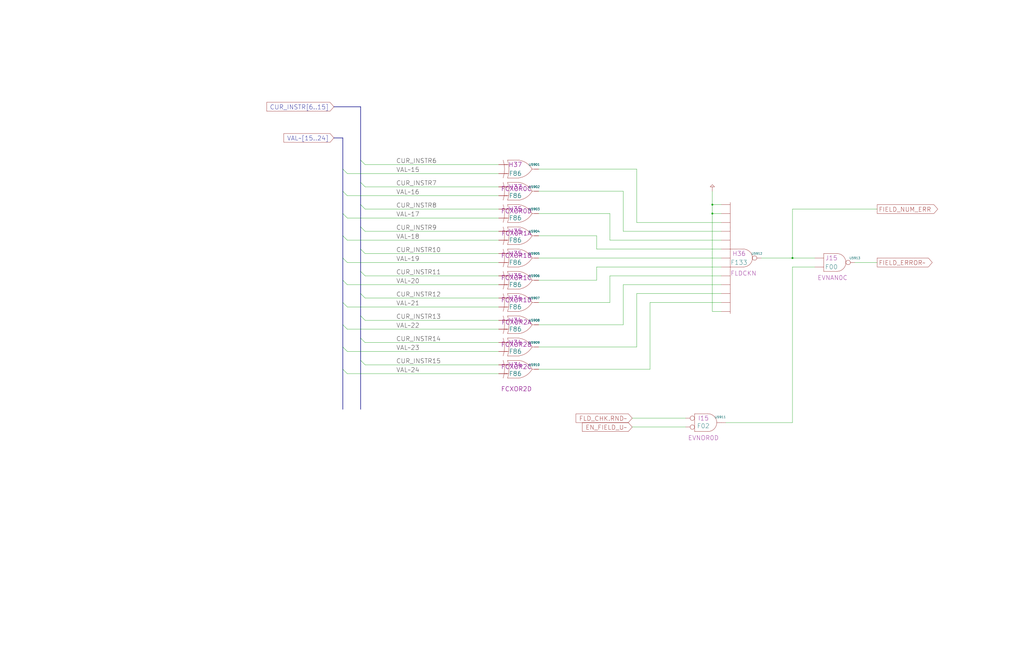
<source format=kicad_sch>
(kicad_sch (version 20250114) (generator "eeschema") (generator_version "9.0")
  (paper "User" 584.2 378.46)
  (title_block (title "FIELD CHECK MICRO EVENT") (date "22-MAY-90") (rev "1.0") (comment 1 "SEQUENCER") (comment 2 "232-003064") (comment 3 "S400") (comment 4 "RELEASED"))
  (lib_symbols
    (symbol "r1000:F00" (pin_numbers (hide yes)) (pin_names (hide yes))
      (property "Reference" "U" (at 15.24 0 0))
      (property "Value" "F00" (at 1.905 -5.08 0))
      (property "Location" "___" (at 1.905 0 0))
      (property "Name" "______" (at 2.54 -12.7 0))
      (symbol "F00_0_1"
        (polyline (pts (xy -2.54 2.54) (xy -2.54 -7.62)) (stroke (width 0.1524)))
        (polyline (pts (xy -2.54 2.54) (xy 5.08 2.54)) (stroke (width 0.1524)))
        (polyline (pts (xy -2.54 -7.62) (xy 5.08 -7.62)) (stroke (width 0.1524)))
        (arc (start 5.08 2.54) (mid 10.1281 -2.54) (end 5.08 -7.62) (stroke (width 0.1524)))
        (circle (center 11.43 -2.54) (radius 1.27) (stroke (width 0.1524)))
      )
      (symbol "F00_0_2"
        (arc (start -3.175 2.54) (mid -2.134 -2.54) (end -3.175 -7.62) (stroke (width 0.1524)))
        (circle (center -3.81 0) (radius 1.27) (stroke (width 0.1524)))
        (circle (center -3.81 -5.08) (radius 1.27) (stroke (width 0.1524)))
        (polyline (pts (xy -3.175 2.54) (xy 3.81 2.54)) (stroke (width 0.1524)))
        (polyline (pts (xy -3.175 -7.62) (xy 3.81 -7.62)) (stroke (width 0.1524)))
        (arc (start 3.81 2.54) (mid 7.5828 0.7472) (end 10.16 -2.54) (stroke (width 0.1524)))
        (arc (start 10.16 -2.54) (mid 7.5855 -5.8306) (end 3.81 -7.62) (stroke (width 0.1524)))
      )
      (symbol "F00_1_1"
        (pin input line (at -7.62 0 0) (length 5.08) (name "D0") (number "1"))
        (pin input line (at -7.62 -5.08 0) (length 5.08) (name "D1") (number "2"))
        (pin output line (at 15.24 -2.54 180) (length 2.54) (name "Q") (number "3"))
      )
      (symbol "F00_1_2"
        (pin input line (at -7.62 0 0) (length 2.54) (name "D0") (number "1"))
        (pin input line (at -7.62 -5.08 0) (length 2.54) (name "D1") (number "2"))
        (pin output line (at 15.24 -2.54 180) (length 5.08) (name "Q") (number "3"))
      )
    )
    (symbol "r1000:F02" (pin_numbers (hide yes)) (pin_names (hide yes))
      (property "Reference" "U" (at 12.16 0.635 0))
      (property "Value" "F02" (at -1.27 -4.445 0))
      (property "Location" "___" (at 2.54 0 0))
      (property "Name" "______" (at 2.54 -12.7 0))
      (symbol "F02_0_1"
        (arc (start -3.81 2.54) (mid -2.9847 -2.54) (end -3.81 -7.62) (stroke (width 0.1524)))
        (polyline (pts (xy -5.08 0) (xy -3.175 0)) (stroke (width 0.1524)))
        (polyline (pts (xy -5.08 -5.08) (xy -3.175 -5.08)) (stroke (width 0.1524)))
        (polyline (pts (xy -3.81 2.54) (xy 2.54 2.54)) (stroke (width 0.1524)))
        (polyline (pts (xy -3.81 -7.62) (xy 2.54 -7.62)) (stroke (width 0.1524)))
        (arc (start 2.54 2.54) (mid 6.9477 0.8966) (end 10.16 -2.54) (stroke (width 0.1524)))
        (arc (start 10.16 -2.54) (mid 6.9515 -5.9823) (end 2.54 -7.62) (stroke (width 0.1524)))
        (circle (center 11.43 -2.54) (radius 1.27) (stroke (width 0.1524)))
        (polyline (pts (xy 13.97 -2.54) (xy 12.7 -2.54)) (stroke (width 0.1524)))
      )
      (symbol "F02_0_2"
        (circle (center -3.81 0) (radius 1.27) (stroke (width 0.1524)))
        (circle (center -3.81 -5.08) (radius 1.27) (stroke (width 0.1524)))
        (polyline (pts (xy -2.54 2.54) (xy -2.54 -7.62)) (stroke (width 0.1524)))
        (polyline (pts (xy -2.54 2.54) (xy 5.08 2.54)) (stroke (width 0.1524)))
        (polyline (pts (xy -2.54 -7.62) (xy 5.08 -7.62)) (stroke (width 0.1524)))
        (arc (start 5.08 2.54) (mid 10.1281 -2.54) (end 5.08 -7.62) (stroke (width 0.1524)))
        (polyline (pts (xy 11.43 -2.54) (xy 10.16 -2.54)) (stroke (width 0.1524)))
        (polyline (pts (xy 11.43 -2.54) (xy 12.7 -2.54)) (stroke (width 0.1524)))
      )
      (symbol "F02_1_1"
        (pin input line (at -7.62 0 0) (length 2.54) (name "D0") (number "1"))
        (pin input line (at -7.62 -5.08 0) (length 2.54) (name "D1") (number "2"))
        (pin output line (at 15.24 -2.54 180) (length 1.27) (name "Q") (number "3"))
      )
      (symbol "F02_1_2"
        (pin input line (at -7.62 0 0) (length 2.54) (name "D0") (number "1"))
        (pin input line (at -7.62 -5.08 0) (length 2.54) (name "D1") (number "2"))
        (pin output line (at 15.24 -2.54 180) (length 2.54) (name "Q") (number "3"))
      )
    )
    (symbol "r1000:F133" (pin_numbers (hide yes)) (pin_names (hide yes))
      (property "Reference" "U" (at 12.7 2.54 0))
      (property "Value" "F133" (at 2.54 -2.54 0))
      (property "Location" "___" (at 2.54 2.54 0))
      (property "Name" "______" (at 5.08 -10.16 0))
      (symbol "F133_0_0"
        (polyline (pts (xy -2.54 5.08) (xy 5.08 5.08)) (stroke (width 0.1524)))
        (polyline (pts (xy -2.54 -5.08) (xy 5.08 -5.08)) (stroke (width 0.1524)))
        (arc (start 5.08 5.08) (mid 8.6721 3.5921) (end 10.16 0) (stroke (width 0.1524)))
        (arc (start 10.16 0) (mid 8.6721 -3.5921) (end 5.08 -5.08) (stroke (width 0.1524)))
        (circle (center 11.43 0) (radius 1.27) (stroke (width 0.1524)))
      )
      (symbol "F133_0_1"
        (polyline (pts (xy -2.54 31.75) (xy -2.54 17.78)) (stroke (width 0.1524)))
        (polyline (pts (xy -2.54 17.78) (xy -2.54 17.145)) (stroke (width 0.1524)))
        (polyline (pts (xy -2.54 17.145) (xy -2.54 7.62)) (stroke (width 0.1524)))
        (polyline (pts (xy -2.54 7.62) (xy -2.54 5.08)) (stroke (width 0.1524)))
        (polyline (pts (xy -2.54 5.08) (xy -2.54 -5.08)) (stroke (width 0.1524)))
        (polyline (pts (xy -2.54 -5.08) (xy -2.54 -7.62)) (stroke (width 0.1524)))
        (polyline (pts (xy -2.54 -7.62) (xy -2.54 -17.78)) (stroke (width 0.1524)))
        (polyline (pts (xy -2.54 -17.78) (xy -2.54 -31.75)) (stroke (width 0.1524)))
      )
      (symbol "F133_1_1"
        (pin input line (at -7.62 30.48 0) (length 5.08) (name "D0") (number "10"))
        (pin input line (at -7.62 25.4 0) (length 5.08) (name "D1") (number "11"))
        (pin input line (at -7.62 20.32 0) (length 5.08) (name "D2") (number "12"))
        (pin input line (at -7.62 15.24 0) (length 5.08) (name "D3") (number "13"))
        (pin input line (at -7.62 10.16 0) (length 5.08) (name "D4") (number "14"))
        (pin input line (at -7.62 5.08 0) (length 5.08) (name "D5") (number "15"))
        (pin input line (at -7.62 0 0) (length 5.08) (name "D6") (number "1"))
        (pin input line (at -7.62 -5.08 0) (length 5.08) (name "D7") (number "2"))
        (pin input line (at -7.62 -10.16 0) (length 5.08) (name "D8") (number "3"))
        (pin input line (at -7.62 -15.24 0) (length 5.08) (name "D9") (number "4"))
        (pin input line (at -7.62 -20.32 0) (length 5.08) (name "D10") (number "5"))
        (pin input line (at -7.62 -25.4 0) (length 5.08) (name "D11") (number "6"))
        (pin input line (at -7.62 -30.48 0) (length 5.08) (name "D12") (number "7"))
        (pin output line (at 15.24 0 180) (length 2.54) (name "Q") (number "8"))
      )
    )
    (symbol "r1000:F86" (pin_numbers (hide yes)) (pin_names (hide yes))
      (property "Reference" "U" (at 12.7 2.54 0))
      (property "Value" "F86" (at 1.905 -2.54 0))
      (property "Location" "___" (at 1.905 2.54 0))
      (property "Name" "______" (at 2.54 -12.7 0))
      (symbol "F86_0_0"
        (arc (start -5.0873 5.08) (mid -4.2626 0) (end -5.0873 -5.08) (stroke (width 0.1524)))
        (arc (start -2.5473 5.08) (mid -1.7226 0) (end -2.5473 -5.08) (stroke (width 0.1524)))
        (polyline (pts (xy -2.54 5.08) (xy 3.81 5.08)) (stroke (width 0.1524)))
        (polyline (pts (xy -2.54 -5.08) (xy 3.81 -5.08)) (stroke (width 0.1524)))
        (arc (start 11.43 0) (mid 8.2204 -3.4407) (end 3.81 -5.08) (stroke (width 0.1524)))
        (arc (start 3.81 5.08) (mid 8.2217 3.4425) (end 11.43 0) (stroke (width 0.1524)))
      )
      (symbol "F86_0_1"
        (polyline (pts (xy -3.81 2.54) (xy -1.905 2.54)) (stroke (width 0.1524)))
        (polyline (pts (xy -3.81 -2.54) (xy -1.905 -2.54)) (stroke (width 0.1524)))
        (polyline (pts (xy 12.7 0) (xy 11.43 0)) (stroke (width 0.1524)))
      )
      (symbol "F86_1_1"
        (pin input line (at -7.62 2.54 0) (length 5.08) (name "D0") (number "1"))
        (pin input line (at -7.62 -2.54 0) (length 5.08) (name "D1") (number "2"))
        (pin output line (at 15.24 0 180) (length 2.54) (name "Q") (number "3"))
      )
    )
    (symbol "r1000:PU" (power) (pin_numbers (hide yes)) (pin_names (hide yes))
      (symbol "PU_0_1"
        (polyline (pts (xy 0 2.54) (xy -1.27 2.54) (xy 0 3.81) (xy 1.27 2.54) (xy 0 2.54)) (stroke (width 0.1524)))
      )
      (symbol "PU_1_1"
        (pin power_in line (at 0 0 90) (length 2.54) (name "PU") (number "1"))
      )
    )
  )
  (junction (at 406.4 116.84))
  (junction (at 452.12 147.32))
  (junction (at 406.4 121.92))
  (bus_entry (at 195.58 96.52) (size 2.54 2.54))
  (bus_entry (at 195.58 210.82) (size 2.54 2.54))
  (bus_entry (at 205.74 154.94) (size 2.54 2.54))
  (bus_entry (at 205.74 205.74) (size 2.54 2.54))
  (bus_entry (at 205.74 129.54) (size 2.54 2.54))
  (bus_entry (at 205.74 116.84) (size 2.54 2.54))
  (bus_entry (at 195.58 109.22) (size 2.54 2.54))
  (bus_entry (at 195.58 198.12) (size 2.54 2.54))
  (bus_entry (at 205.74 180.34) (size 2.54 2.54))
  (bus_entry (at 205.74 193.04) (size 2.54 2.54))
  (bus_entry (at 195.58 160.02) (size 2.54 2.54))
  (bus_entry (at 205.74 91.44) (size 2.54 2.54))
  (bus_entry (at 195.58 121.92) (size 2.54 2.54))
  (bus_entry (at 195.58 134.62) (size 2.54 2.54))
  (bus_entry (at 195.58 185.42) (size 2.54 2.54))
  (bus_entry (at 195.58 172.72) (size 2.54 2.54))
  (bus_entry (at 205.74 142.24) (size 2.54 2.54))
  (bus_entry (at 205.74 104.14) (size 2.54 2.54))
  (bus_entry (at 195.58 147.32) (size 2.54 2.54))
  (bus_entry (at 205.74 167.64) (size 2.54 2.54))
  (wire (pts (xy 355.6 162.56) (xy 411.48 162.56)))
  (wire (pts (xy 434.34 147.32) (xy 452.12 147.32)))
  (wire (pts (xy 406.4 109.22) (xy 406.4 116.84)))
  (bus (pts (xy 195.58 160.02) (xy 195.58 172.72)))
  (wire (pts (xy 307.34 147.32) (xy 411.48 147.32)))
  (bus (pts (xy 195.58 134.62) (xy 195.58 147.32)))
  (wire (pts (xy 340.36 160.02) (xy 340.36 152.4)))
  (wire (pts (xy 370.84 210.82) (xy 370.84 172.72)))
  (wire (pts (xy 208.28 119.38) (xy 284.48 119.38)))
  (wire (pts (xy 340.36 152.4) (xy 411.48 152.4)))
  (wire (pts (xy 198.12 99.06) (xy 284.48 99.06)))
  (wire (pts (xy 198.12 175.26) (xy 284.48 175.26)))
  (bus (pts (xy 205.74 193.04) (xy 205.74 205.74)))
  (wire (pts (xy 198.12 200.66) (xy 284.48 200.66)))
  (wire (pts (xy 347.98 157.48) (xy 411.48 157.48)))
  (wire (pts (xy 198.12 187.96) (xy 284.48 187.96)))
  (wire (pts (xy 500.38 119.38) (xy 452.12 119.38)))
  (bus (pts (xy 195.58 96.52) (xy 195.58 109.22)))
  (wire (pts (xy 307.34 134.62) (xy 340.36 134.62)))
  (wire (pts (xy 355.6 185.42) (xy 355.6 162.56)))
  (bus (pts (xy 190.5 60.96) (xy 205.74 60.96)))
  (wire (pts (xy 406.4 121.92) (xy 406.4 116.84)))
  (wire (pts (xy 363.22 96.52) (xy 363.22 127)))
  (wire (pts (xy 414.02 241.3) (xy 452.12 241.3)))
  (wire (pts (xy 347.98 137.16) (xy 411.48 137.16)))
  (bus (pts (xy 195.58 185.42) (xy 195.58 198.12)))
  (wire (pts (xy 208.28 93.98) (xy 284.48 93.98)))
  (wire (pts (xy 307.34 210.82) (xy 370.84 210.82)))
  (wire (pts (xy 406.4 177.8) (xy 406.4 121.92)))
  (bus (pts (xy 190.5 78.74) (xy 195.58 78.74)))
  (wire (pts (xy 198.12 162.56) (xy 284.48 162.56)))
  (bus (pts (xy 205.74 116.84) (xy 205.74 129.54)))
  (wire (pts (xy 355.6 109.22) (xy 355.6 132.08)))
  (wire (pts (xy 307.34 198.12) (xy 363.22 198.12)))
  (wire (pts (xy 363.22 198.12) (xy 363.22 167.64)))
  (wire (pts (xy 406.4 116.84) (xy 411.48 116.84)))
  (wire (pts (xy 307.34 160.02) (xy 340.36 160.02)))
  (wire (pts (xy 363.22 127) (xy 411.48 127)))
  (wire (pts (xy 208.28 208.28) (xy 284.48 208.28)))
  (wire (pts (xy 198.12 111.76) (xy 284.48 111.76)))
  (wire (pts (xy 452.12 147.32) (xy 464.82 147.32)))
  (wire (pts (xy 347.98 172.72) (xy 347.98 157.48)))
  (wire (pts (xy 370.84 172.72) (xy 411.48 172.72)))
  (bus (pts (xy 205.74 91.44) (xy 205.74 104.14)))
  (bus (pts (xy 205.74 129.54) (xy 205.74 142.24)))
  (wire (pts (xy 487.68 149.86) (xy 500.38 149.86)))
  (wire (pts (xy 208.28 132.08) (xy 284.48 132.08)))
  (bus (pts (xy 195.58 147.32) (xy 195.58 160.02)))
  (wire (pts (xy 208.28 106.68) (xy 284.48 106.68)))
  (bus (pts (xy 195.58 121.92) (xy 195.58 134.62)))
  (bus (pts (xy 205.74 60.96) (xy 205.74 91.44)))
  (bus (pts (xy 205.74 167.64) (xy 205.74 180.34)))
  (wire (pts (xy 198.12 213.36) (xy 284.48 213.36)))
  (bus (pts (xy 205.74 180.34) (xy 205.74 193.04)))
  (wire (pts (xy 355.6 132.08) (xy 411.48 132.08)))
  (wire (pts (xy 347.98 121.92) (xy 347.98 137.16)))
  (wire (pts (xy 208.28 182.88) (xy 284.48 182.88)))
  (wire (pts (xy 208.28 195.58) (xy 284.48 195.58)))
  (wire (pts (xy 360.68 243.84) (xy 391.16 243.84)))
  (wire (pts (xy 198.12 149.86) (xy 284.48 149.86)))
  (bus (pts (xy 205.74 142.24) (xy 205.74 154.94)))
  (bus (pts (xy 195.58 198.12) (xy 195.58 210.82)))
  (wire (pts (xy 452.12 152.4) (xy 464.82 152.4)))
  (wire (pts (xy 452.12 241.3) (xy 452.12 152.4)))
  (wire (pts (xy 208.28 170.18) (xy 284.48 170.18)))
  (wire (pts (xy 208.28 144.78) (xy 284.48 144.78)))
  (wire (pts (xy 307.34 96.52) (xy 363.22 96.52)))
  (wire (pts (xy 363.22 167.64) (xy 411.48 167.64)))
  (bus (pts (xy 195.58 109.22) (xy 195.58 121.92)))
  (bus (pts (xy 205.74 104.14) (xy 205.74 116.84)))
  (wire (pts (xy 307.34 121.92) (xy 347.98 121.92)))
  (bus (pts (xy 195.58 78.74) (xy 195.58 96.52)))
  (wire (pts (xy 208.28 157.48) (xy 284.48 157.48)))
  (wire (pts (xy 340.36 134.62) (xy 340.36 142.24)))
  (wire (pts (xy 198.12 124.46) (xy 284.48 124.46)))
  (wire (pts (xy 452.12 119.38) (xy 452.12 147.32)))
  (wire (pts (xy 411.48 177.8) (xy 406.4 177.8)))
  (wire (pts (xy 307.34 185.42) (xy 355.6 185.42)))
  (wire (pts (xy 340.36 142.24) (xy 411.48 142.24)))
  (wire (pts (xy 307.34 109.22) (xy 355.6 109.22)))
  (bus (pts (xy 205.74 154.94) (xy 205.74 167.64)))
  (wire (pts (xy 360.68 238.76) (xy 391.16 238.76)))
  (bus (pts (xy 195.58 210.82) (xy 195.58 233.68)))
  (wire (pts (xy 307.34 172.72) (xy 347.98 172.72)))
  (wire (pts (xy 406.4 121.92) (xy 411.48 121.92)))
  (wire (pts (xy 198.12 137.16) (xy 284.48 137.16)))
  (bus (pts (xy 205.74 205.74) (xy 205.74 233.68)))
  (bus (pts (xy 195.58 172.72) (xy 195.58 185.42)))
  (label "VAL~23" (at 226.06 200.66 0) (effects (font (size 2.54 2.54))))
  (label "VAL~16" (at 226.06 111.76 0) (effects (font (size 2.54 2.54))))
  (label "CUR_INSTR6" (at 226.06 93.98 0) (effects (font (size 2.54 2.54))))
  (label "CUR_INSTR10" (at 226.06 144.78 0) (effects (font (size 2.54 2.54))))
  (label "VAL~21" (at 226.06 175.26 0) (effects (font (size 2.54 2.54))))
  (label "CUR_INSTR7" (at 226.06 106.68 0) (effects (font (size 2.54 2.54))))
  (label "CUR_INSTR12" (at 226.06 170.18 0) (effects (font (size 2.54 2.54))))
  (label "VAL~24" (at 226.06 213.36 0) (effects (font (size 2.54 2.54))))
  (label "CUR_INSTR13" (at 226.06 182.88 0) (effects (font (size 2.54 2.54))))
  (label "VAL~15" (at 226.06 99.06 0) (effects (font (size 2.54 2.54))))
  (label "VAL~17" (at 226.06 124.46 0) (effects (font (size 2.54 2.54))))
  (label "VAL~19" (at 226.06 149.86 0) (effects (font (size 2.54 2.54))))
  (label "CUR_INSTR9" (at 226.06 132.08 0) (effects (font (size 2.54 2.54))))
  (label "VAL~22" (at 226.06 187.96 0) (effects (font (size 2.54 2.54))))
  (label "CUR_INSTR11" (at 226.06 157.48 0) (effects (font (size 2.54 2.54))))
  (label "VAL~20" (at 226.06 162.56 0) (effects (font (size 2.54 2.54))))
  (label "CUR_INSTR15" (at 226.06 208.28 0) (effects (font (size 2.54 2.54))))
  (label "VAL~18" (at 226.06 137.16 0) (effects (font (size 2.54 2.54))))
  (label "CUR_INSTR8" (at 226.06 119.38 0) (effects (font (size 2.54 2.54))))
  (label "CUR_INSTR14" (at 226.06 195.58 0) (effects (font (size 2.54 2.54))))
  (global_label "EN_FIELD_U~" (shape input) (at 360.68 243.84 180) (effects (font (size 2.54 2.54))) (property "Intersheetrefs" "${INTERSHEET_REFS}" (at 332.2683 243.6813 0) (effects (font (size 1.905 1.905)) (justify right))))
  (global_label "FIELD_ERROR~" (shape output) (at 500.38 149.86 0) (effects (font (size 2.54 2.54))) (property "Intersheetrefs" "${INTERSHEET_REFS}" (at 531.8155 149.7013 0) (effects (font (size 1.905 1.905)) (justify left))))
  (global_label "FLD_CHK.RND~" (shape input) (at 360.68 238.76 180) (effects (font (size 2.54 2.54))) (property "Intersheetrefs" "${INTERSHEET_REFS}" (at 328.6397 238.6013 0) (effects (font (size 1.905 1.905)) (justify right))))
  (global_label "VAL~[15..24]" (shape input) (at 190.5 78.74 180) (effects (font (size 2.54 2.54))) (property "Intersheetrefs" "${INTERSHEET_REFS}" (at 161.9673 78.5813 0) (effects (font (size 1.905 1.905)) (justify right))))
  (global_label "FIELD_NUM_ERR" (shape output) (at 500.38 119.38 0) (effects (font (size 2.54 2.54))) (property "Intersheetrefs" "${INTERSHEET_REFS}" (at 534.9603 119.2213 0) (effects (font (size 1.905 1.905)) (justify left))))
  (global_label "CUR_INSTR[6..15]" (shape input) (at 190.5 60.96 180) (effects (font (size 2.54 2.54))) (property "Intersheetrefs" "${INTERSHEET_REFS}" (at 152.1702 60.8013 0) (effects (font (size 1.905 1.905)) (justify right))))
  (symbol (lib_id "r1000:F86") (at 292.1 121.92 0) (unit 1)
    (property "Reference" "U5903" (at 304.8 119.38 0))
    (property "Value" "F86" (at 294.005 124.46 0) (effects (font (size 2.54 2.54))))
    (property "Location" "H35" (at 294.005 119.38 0) (effects (font (size 2.54 2.54))))
    (property "Name" "FCXOR1A" (at 294.64 134.62 0) (effects (font (size 2.54 2.54)) (justify bottom)))
  )
  (symbol (lib_id "r1000:F86") (at 292.1 160.02 0) (unit 1)
    (property "Reference" "U5906" (at 304.8 157.48 0))
    (property "Value" "F86" (at 294.005 162.56 0) (effects (font (size 2.54 2.54))))
    (property "Location" "H35" (at 294.005 157.48 0) (effects (font (size 2.54 2.54))))
    (property "Name" "FCXOR1D" (at 294.64 172.72 0) (effects (font (size 2.54 2.54)) (justify bottom)))
  )
  (symbol (lib_id "r1000:F00") (at 472.44 147.32 0) (unit 1)
    (property "Reference" "U5913" (at 487.68 147.32 0))
    (property "Value" "F00" (at 474.345 152.4 0) (effects (font (size 2.54 2.54))))
    (property "Location" "J15" (at 474.345 147.32 0) (effects (font (size 2.54 2.54))))
    (property "Name" "EVNAN0C" (at 474.98 160.02 0) (effects (font (size 2.54 2.54)) (justify bottom)))
  )
  (symbol (lib_id "r1000:F133") (at 419.1 147.32 0) (unit 1)
    (property "Reference" "U5912" (at 431.8 144.78 0))
    (property "Value" "F133" (at 421.64 149.86 0) (effects (font (size 2.54 2.53))))
    (property "Location" "H36" (at 421.64 144.78 0) (effects (font (size 2.54 2.54))))
    (property "Name" "FLDCKN" (at 424.18 157.48 0) (effects (font (size 2.54 2.54)) (justify bottom)))
  )
  (symbol (lib_id "r1000:F02") (at 398.78 238.76 0) (unit 1) (convert 2)
    (property "Reference" "U5911" (at 410.94 238.125 0))
    (property "Value" "F02" (at 397.51 243.205 0) (effects (font (size 2.54 2.54)) (justify left)))
    (property "Location" "I15" (at 401.32 238.76 0) (effects (font (size 2.54 2.54))))
    (property "Name" "EVNOR0D" (at 401.32 251.46 0) (effects (font (size 2.54 2.54)) (justify bottom)))
  )
  (symbol (lib_id "r1000:PU") (at 406.4 109.22 0) (unit 1)
    (property "Reference" "#PWR05901" (effects (hide yes)))
    (property "Value" "PU" (effects (hide yes)))
  )
  (symbol (lib_id "r1000:F86") (at 292.1 185.42 0) (unit 1)
    (property "Reference" "U5908" (at 304.8 182.88 0))
    (property "Value" "F86" (at 294.005 187.96 0) (effects (font (size 2.54 2.54))))
    (property "Location" "H34" (at 294.005 182.88 0) (effects (font (size 2.54 2.54))))
    (property "Name" "FCXOR2B" (at 294.64 198.12 0) (effects (font (size 2.54 2.54)) (justify bottom)))
  )
  (symbol (lib_id "r1000:F86") (at 292.1 147.32 0) (unit 1)
    (property "Reference" "U5905" (at 304.8 144.78 0))
    (property "Value" "F86" (at 294.005 149.86 0) (effects (font (size 2.54 2.54))))
    (property "Location" "H35" (at 294.005 144.78 0) (effects (font (size 2.54 2.54))))
    (property "Name" "FCXOR1C" (at 294.64 160.02 0) (effects (font (size 2.54 2.54)) (justify bottom)))
  )
  (symbol (lib_id "r1000:F86") (at 292.1 109.22 0) (unit 1)
    (property "Reference" "U5902" (at 304.8 106.68 0))
    (property "Value" "F86" (at 294.005 111.76 0) (effects (font (size 2.54 2.54))))
    (property "Location" "H37" (at 294.005 106.68 0) (effects (font (size 2.54 2.54))))
    (property "Name" "FCXOR0D" (at 294.64 121.92 0) (effects (font (size 2.54 2.54)) (justify bottom)))
  )
  (symbol (lib_id "r1000:F86") (at 292.1 172.72 0) (unit 1)
    (property "Reference" "U5907" (at 304.8 170.18 0))
    (property "Value" "F86" (at 294.005 175.26 0) (effects (font (size 2.54 2.54))))
    (property "Location" "H34" (at 294.005 170.18 0) (effects (font (size 2.54 2.54))))
    (property "Name" "FCXOR2A" (at 294.64 185.42 0) (effects (font (size 2.54 2.54)) (justify bottom)))
  )
  (symbol (lib_id "r1000:F86") (at 292.1 96.52 0) (unit 1)
    (property "Reference" "U5901" (at 304.8 93.98 0))
    (property "Value" "F86" (at 294.005 99.06 0) (effects (font (size 2.54 2.54))))
    (property "Location" "H37" (at 294.005 93.98 0) (effects (font (size 2.54 2.54))))
    (property "Name" "FCXOR0C" (at 294.64 109.22 0) (effects (font (size 2.54 2.54)) (justify bottom)))
  )
  (symbol (lib_id "r1000:F86") (at 292.1 210.82 0) (unit 1)
    (property "Reference" "U5910" (at 304.8 208.28 0))
    (property "Value" "F86" (at 294.005 213.36 0) (effects (font (size 2.54 2.54))))
    (property "Location" "H34" (at 294.005 208.28 0) (effects (font (size 2.54 2.54))))
    (property "Name" "FCXOR2D" (at 294.64 223.52 0) (effects (font (size 2.54 2.54)) (justify bottom)))
  )
  (symbol (lib_id "r1000:F86") (at 292.1 198.12 0) (unit 1)
    (property "Reference" "U5909" (at 304.8 195.58 0))
    (property "Value" "F86" (at 294.005 200.66 0) (effects (font (size 2.54 2.54))))
    (property "Location" "H34" (at 294.005 195.58 0) (effects (font (size 2.54 2.54))))
    (property "Name" "FCXOR2C" (at 294.64 210.82 0) (effects (font (size 2.54 2.54)) (justify bottom)))
  )
  (symbol (lib_id "r1000:F86") (at 292.1 134.62 0) (unit 1)
    (property "Reference" "U5904" (at 304.8 132.08 0))
    (property "Value" "F86" (at 294.005 137.16 0) (effects (font (size 2.54 2.54))))
    (property "Location" "H35" (at 294.005 132.08 0) (effects (font (size 2.54 2.54))))
    (property "Name" "FCXOR1B" (at 294.64 147.32 0) (effects (font (size 2.54 2.54)) (justify bottom)))
  )
)
</source>
